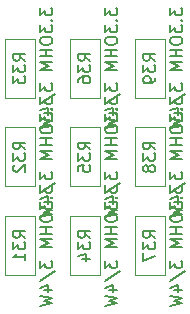
<source format=gbr>
%TF.GenerationSoftware,KiCad,Pcbnew,(6.0.1-0)*%
%TF.CreationDate,2022-02-25T00:15:49-05:00*%
%TF.ProjectId,aquabotsBMSModule,61717561-626f-4747-9342-4d534d6f6475,rev?*%
%TF.SameCoordinates,Original*%
%TF.FileFunction,AssemblyDrawing,Bot*%
%FSLAX46Y46*%
G04 Gerber Fmt 4.6, Leading zero omitted, Abs format (unit mm)*
G04 Created by KiCad (PCBNEW (6.0.1-0)) date 2022-02-25 00:15:49*
%MOMM*%
%LPD*%
G01*
G04 APERTURE LIST*
%ADD10C,0.150000*%
%ADD11C,0.100000*%
G04 APERTURE END LIST*
D10*
%TO.C,R32*%
X126232380Y-79154761D02*
X126232380Y-79773809D01*
X126613333Y-79440476D01*
X126613333Y-79583333D01*
X126660952Y-79678571D01*
X126708571Y-79726190D01*
X126803809Y-79773809D01*
X127041904Y-79773809D01*
X127137142Y-79726190D01*
X127184761Y-79678571D01*
X127232380Y-79583333D01*
X127232380Y-79297619D01*
X127184761Y-79202380D01*
X127137142Y-79154761D01*
X127137142Y-80202380D02*
X127184761Y-80250000D01*
X127232380Y-80202380D01*
X127184761Y-80154761D01*
X127137142Y-80202380D01*
X127232380Y-80202380D01*
X126232380Y-80583333D02*
X126232380Y-81202380D01*
X126613333Y-80869047D01*
X126613333Y-81011904D01*
X126660952Y-81107142D01*
X126708571Y-81154761D01*
X126803809Y-81202380D01*
X127041904Y-81202380D01*
X127137142Y-81154761D01*
X127184761Y-81107142D01*
X127232380Y-81011904D01*
X127232380Y-80726190D01*
X127184761Y-80630952D01*
X127137142Y-80583333D01*
X126232380Y-81821428D02*
X126232380Y-82011904D01*
X126280000Y-82107142D01*
X126375238Y-82202380D01*
X126565714Y-82250000D01*
X126899047Y-82250000D01*
X127089523Y-82202380D01*
X127184761Y-82107142D01*
X127232380Y-82011904D01*
X127232380Y-81821428D01*
X127184761Y-81726190D01*
X127089523Y-81630952D01*
X126899047Y-81583333D01*
X126565714Y-81583333D01*
X126375238Y-81630952D01*
X126280000Y-81726190D01*
X126232380Y-81821428D01*
X127232380Y-82678571D02*
X126232380Y-82678571D01*
X126708571Y-82678571D02*
X126708571Y-83250000D01*
X127232380Y-83250000D02*
X126232380Y-83250000D01*
X127232380Y-83726190D02*
X126232380Y-83726190D01*
X126946666Y-84059523D01*
X126232380Y-84392857D01*
X127232380Y-84392857D01*
X126232380Y-85535714D02*
X126232380Y-86154761D01*
X126613333Y-85821428D01*
X126613333Y-85964285D01*
X126660952Y-86059523D01*
X126708571Y-86107142D01*
X126803809Y-86154761D01*
X127041904Y-86154761D01*
X127137142Y-86107142D01*
X127184761Y-86059523D01*
X127232380Y-85964285D01*
X127232380Y-85678571D01*
X127184761Y-85583333D01*
X127137142Y-85535714D01*
X126184761Y-87297619D02*
X127470476Y-86440476D01*
X126565714Y-88059523D02*
X127232380Y-88059523D01*
X126184761Y-87821428D02*
X126899047Y-87583333D01*
X126899047Y-88202380D01*
X126232380Y-88488095D02*
X127232380Y-88726190D01*
X126518095Y-88916666D01*
X127232380Y-89107142D01*
X126232380Y-89345238D01*
X124952380Y-83607142D02*
X124476190Y-83273809D01*
X124952380Y-83035714D02*
X123952380Y-83035714D01*
X123952380Y-83416666D01*
X124000000Y-83511904D01*
X124047619Y-83559523D01*
X124142857Y-83607142D01*
X124285714Y-83607142D01*
X124380952Y-83559523D01*
X124428571Y-83511904D01*
X124476190Y-83416666D01*
X124476190Y-83035714D01*
X123952380Y-83940476D02*
X123952380Y-84559523D01*
X124333333Y-84226190D01*
X124333333Y-84369047D01*
X124380952Y-84464285D01*
X124428571Y-84511904D01*
X124523809Y-84559523D01*
X124761904Y-84559523D01*
X124857142Y-84511904D01*
X124904761Y-84464285D01*
X124952380Y-84369047D01*
X124952380Y-84083333D01*
X124904761Y-83988095D01*
X124857142Y-83940476D01*
X124047619Y-84940476D02*
X124000000Y-84988095D01*
X123952380Y-85083333D01*
X123952380Y-85321428D01*
X124000000Y-85416666D01*
X124047619Y-85464285D01*
X124142857Y-85511904D01*
X124238095Y-85511904D01*
X124380952Y-85464285D01*
X124952380Y-84892857D01*
X124952380Y-85511904D01*
%TO.C,R39*%
X137232380Y-71654761D02*
X137232380Y-72273809D01*
X137613333Y-71940476D01*
X137613333Y-72083333D01*
X137660952Y-72178571D01*
X137708571Y-72226190D01*
X137803809Y-72273809D01*
X138041904Y-72273809D01*
X138137142Y-72226190D01*
X138184761Y-72178571D01*
X138232380Y-72083333D01*
X138232380Y-71797619D01*
X138184761Y-71702380D01*
X138137142Y-71654761D01*
X138137142Y-72702380D02*
X138184761Y-72750000D01*
X138232380Y-72702380D01*
X138184761Y-72654761D01*
X138137142Y-72702380D01*
X138232380Y-72702380D01*
X137232380Y-73083333D02*
X137232380Y-73702380D01*
X137613333Y-73369047D01*
X137613333Y-73511904D01*
X137660952Y-73607142D01*
X137708571Y-73654761D01*
X137803809Y-73702380D01*
X138041904Y-73702380D01*
X138137142Y-73654761D01*
X138184761Y-73607142D01*
X138232380Y-73511904D01*
X138232380Y-73226190D01*
X138184761Y-73130952D01*
X138137142Y-73083333D01*
X137232380Y-74321428D02*
X137232380Y-74511904D01*
X137280000Y-74607142D01*
X137375238Y-74702380D01*
X137565714Y-74750000D01*
X137899047Y-74750000D01*
X138089523Y-74702380D01*
X138184761Y-74607142D01*
X138232380Y-74511904D01*
X138232380Y-74321428D01*
X138184761Y-74226190D01*
X138089523Y-74130952D01*
X137899047Y-74083333D01*
X137565714Y-74083333D01*
X137375238Y-74130952D01*
X137280000Y-74226190D01*
X137232380Y-74321428D01*
X138232380Y-75178571D02*
X137232380Y-75178571D01*
X137708571Y-75178571D02*
X137708571Y-75750000D01*
X138232380Y-75750000D02*
X137232380Y-75750000D01*
X138232380Y-76226190D02*
X137232380Y-76226190D01*
X137946666Y-76559523D01*
X137232380Y-76892857D01*
X138232380Y-76892857D01*
X137232380Y-78035714D02*
X137232380Y-78654761D01*
X137613333Y-78321428D01*
X137613333Y-78464285D01*
X137660952Y-78559523D01*
X137708571Y-78607142D01*
X137803809Y-78654761D01*
X138041904Y-78654761D01*
X138137142Y-78607142D01*
X138184761Y-78559523D01*
X138232380Y-78464285D01*
X138232380Y-78178571D01*
X138184761Y-78083333D01*
X138137142Y-78035714D01*
X137184761Y-79797619D02*
X138470476Y-78940476D01*
X137565714Y-80559523D02*
X138232380Y-80559523D01*
X137184761Y-80321428D02*
X137899047Y-80083333D01*
X137899047Y-80702380D01*
X137232380Y-80988095D02*
X138232380Y-81226190D01*
X137518095Y-81416666D01*
X138232380Y-81607142D01*
X137232380Y-81845238D01*
X135952380Y-76107142D02*
X135476190Y-75773809D01*
X135952380Y-75535714D02*
X134952380Y-75535714D01*
X134952380Y-75916666D01*
X135000000Y-76011904D01*
X135047619Y-76059523D01*
X135142857Y-76107142D01*
X135285714Y-76107142D01*
X135380952Y-76059523D01*
X135428571Y-76011904D01*
X135476190Y-75916666D01*
X135476190Y-75535714D01*
X134952380Y-76440476D02*
X134952380Y-77059523D01*
X135333333Y-76726190D01*
X135333333Y-76869047D01*
X135380952Y-76964285D01*
X135428571Y-77011904D01*
X135523809Y-77059523D01*
X135761904Y-77059523D01*
X135857142Y-77011904D01*
X135904761Y-76964285D01*
X135952380Y-76869047D01*
X135952380Y-76583333D01*
X135904761Y-76488095D01*
X135857142Y-76440476D01*
X135952380Y-77535714D02*
X135952380Y-77726190D01*
X135904761Y-77821428D01*
X135857142Y-77869047D01*
X135714285Y-77964285D01*
X135523809Y-78011904D01*
X135142857Y-78011904D01*
X135047619Y-77964285D01*
X135000000Y-77916666D01*
X134952380Y-77821428D01*
X134952380Y-77630952D01*
X135000000Y-77535714D01*
X135047619Y-77488095D01*
X135142857Y-77440476D01*
X135380952Y-77440476D01*
X135476190Y-77488095D01*
X135523809Y-77535714D01*
X135571428Y-77630952D01*
X135571428Y-77821428D01*
X135523809Y-77916666D01*
X135476190Y-77964285D01*
X135380952Y-78011904D01*
%TO.C,R33*%
X126232380Y-71654761D02*
X126232380Y-72273809D01*
X126613333Y-71940476D01*
X126613333Y-72083333D01*
X126660952Y-72178571D01*
X126708571Y-72226190D01*
X126803809Y-72273809D01*
X127041904Y-72273809D01*
X127137142Y-72226190D01*
X127184761Y-72178571D01*
X127232380Y-72083333D01*
X127232380Y-71797619D01*
X127184761Y-71702380D01*
X127137142Y-71654761D01*
X127137142Y-72702380D02*
X127184761Y-72750000D01*
X127232380Y-72702380D01*
X127184761Y-72654761D01*
X127137142Y-72702380D01*
X127232380Y-72702380D01*
X126232380Y-73083333D02*
X126232380Y-73702380D01*
X126613333Y-73369047D01*
X126613333Y-73511904D01*
X126660952Y-73607142D01*
X126708571Y-73654761D01*
X126803809Y-73702380D01*
X127041904Y-73702380D01*
X127137142Y-73654761D01*
X127184761Y-73607142D01*
X127232380Y-73511904D01*
X127232380Y-73226190D01*
X127184761Y-73130952D01*
X127137142Y-73083333D01*
X126232380Y-74321428D02*
X126232380Y-74511904D01*
X126280000Y-74607142D01*
X126375238Y-74702380D01*
X126565714Y-74750000D01*
X126899047Y-74750000D01*
X127089523Y-74702380D01*
X127184761Y-74607142D01*
X127232380Y-74511904D01*
X127232380Y-74321428D01*
X127184761Y-74226190D01*
X127089523Y-74130952D01*
X126899047Y-74083333D01*
X126565714Y-74083333D01*
X126375238Y-74130952D01*
X126280000Y-74226190D01*
X126232380Y-74321428D01*
X127232380Y-75178571D02*
X126232380Y-75178571D01*
X126708571Y-75178571D02*
X126708571Y-75750000D01*
X127232380Y-75750000D02*
X126232380Y-75750000D01*
X127232380Y-76226190D02*
X126232380Y-76226190D01*
X126946666Y-76559523D01*
X126232380Y-76892857D01*
X127232380Y-76892857D01*
X126232380Y-78035714D02*
X126232380Y-78654761D01*
X126613333Y-78321428D01*
X126613333Y-78464285D01*
X126660952Y-78559523D01*
X126708571Y-78607142D01*
X126803809Y-78654761D01*
X127041904Y-78654761D01*
X127137142Y-78607142D01*
X127184761Y-78559523D01*
X127232380Y-78464285D01*
X127232380Y-78178571D01*
X127184761Y-78083333D01*
X127137142Y-78035714D01*
X126184761Y-79797619D02*
X127470476Y-78940476D01*
X126565714Y-80559523D02*
X127232380Y-80559523D01*
X126184761Y-80321428D02*
X126899047Y-80083333D01*
X126899047Y-80702380D01*
X126232380Y-80988095D02*
X127232380Y-81226190D01*
X126518095Y-81416666D01*
X127232380Y-81607142D01*
X126232380Y-81845238D01*
X124952380Y-76107142D02*
X124476190Y-75773809D01*
X124952380Y-75535714D02*
X123952380Y-75535714D01*
X123952380Y-75916666D01*
X124000000Y-76011904D01*
X124047619Y-76059523D01*
X124142857Y-76107142D01*
X124285714Y-76107142D01*
X124380952Y-76059523D01*
X124428571Y-76011904D01*
X124476190Y-75916666D01*
X124476190Y-75535714D01*
X123952380Y-76440476D02*
X123952380Y-77059523D01*
X124333333Y-76726190D01*
X124333333Y-76869047D01*
X124380952Y-76964285D01*
X124428571Y-77011904D01*
X124523809Y-77059523D01*
X124761904Y-77059523D01*
X124857142Y-77011904D01*
X124904761Y-76964285D01*
X124952380Y-76869047D01*
X124952380Y-76583333D01*
X124904761Y-76488095D01*
X124857142Y-76440476D01*
X123952380Y-77392857D02*
X123952380Y-78011904D01*
X124333333Y-77678571D01*
X124333333Y-77821428D01*
X124380952Y-77916666D01*
X124428571Y-77964285D01*
X124523809Y-78011904D01*
X124761904Y-78011904D01*
X124857142Y-77964285D01*
X124904761Y-77916666D01*
X124952380Y-77821428D01*
X124952380Y-77535714D01*
X124904761Y-77440476D01*
X124857142Y-77392857D01*
%TO.C,R31*%
X126232380Y-86654761D02*
X126232380Y-87273809D01*
X126613333Y-86940476D01*
X126613333Y-87083333D01*
X126660952Y-87178571D01*
X126708571Y-87226190D01*
X126803809Y-87273809D01*
X127041904Y-87273809D01*
X127137142Y-87226190D01*
X127184761Y-87178571D01*
X127232380Y-87083333D01*
X127232380Y-86797619D01*
X127184761Y-86702380D01*
X127137142Y-86654761D01*
X127137142Y-87702380D02*
X127184761Y-87750000D01*
X127232380Y-87702380D01*
X127184761Y-87654761D01*
X127137142Y-87702380D01*
X127232380Y-87702380D01*
X126232380Y-88083333D02*
X126232380Y-88702380D01*
X126613333Y-88369047D01*
X126613333Y-88511904D01*
X126660952Y-88607142D01*
X126708571Y-88654761D01*
X126803809Y-88702380D01*
X127041904Y-88702380D01*
X127137142Y-88654761D01*
X127184761Y-88607142D01*
X127232380Y-88511904D01*
X127232380Y-88226190D01*
X127184761Y-88130952D01*
X127137142Y-88083333D01*
X126232380Y-89321428D02*
X126232380Y-89511904D01*
X126280000Y-89607142D01*
X126375238Y-89702380D01*
X126565714Y-89750000D01*
X126899047Y-89750000D01*
X127089523Y-89702380D01*
X127184761Y-89607142D01*
X127232380Y-89511904D01*
X127232380Y-89321428D01*
X127184761Y-89226190D01*
X127089523Y-89130952D01*
X126899047Y-89083333D01*
X126565714Y-89083333D01*
X126375238Y-89130952D01*
X126280000Y-89226190D01*
X126232380Y-89321428D01*
X127232380Y-90178571D02*
X126232380Y-90178571D01*
X126708571Y-90178571D02*
X126708571Y-90750000D01*
X127232380Y-90750000D02*
X126232380Y-90750000D01*
X127232380Y-91226190D02*
X126232380Y-91226190D01*
X126946666Y-91559523D01*
X126232380Y-91892857D01*
X127232380Y-91892857D01*
X126232380Y-93035714D02*
X126232380Y-93654761D01*
X126613333Y-93321428D01*
X126613333Y-93464285D01*
X126660952Y-93559523D01*
X126708571Y-93607142D01*
X126803809Y-93654761D01*
X127041904Y-93654761D01*
X127137142Y-93607142D01*
X127184761Y-93559523D01*
X127232380Y-93464285D01*
X127232380Y-93178571D01*
X127184761Y-93083333D01*
X127137142Y-93035714D01*
X126184761Y-94797619D02*
X127470476Y-93940476D01*
X126565714Y-95559523D02*
X127232380Y-95559523D01*
X126184761Y-95321428D02*
X126899047Y-95083333D01*
X126899047Y-95702380D01*
X126232380Y-95988095D02*
X127232380Y-96226190D01*
X126518095Y-96416666D01*
X127232380Y-96607142D01*
X126232380Y-96845238D01*
X124952380Y-91107142D02*
X124476190Y-90773809D01*
X124952380Y-90535714D02*
X123952380Y-90535714D01*
X123952380Y-90916666D01*
X124000000Y-91011904D01*
X124047619Y-91059523D01*
X124142857Y-91107142D01*
X124285714Y-91107142D01*
X124380952Y-91059523D01*
X124428571Y-91011904D01*
X124476190Y-90916666D01*
X124476190Y-90535714D01*
X123952380Y-91440476D02*
X123952380Y-92059523D01*
X124333333Y-91726190D01*
X124333333Y-91869047D01*
X124380952Y-91964285D01*
X124428571Y-92011904D01*
X124523809Y-92059523D01*
X124761904Y-92059523D01*
X124857142Y-92011904D01*
X124904761Y-91964285D01*
X124952380Y-91869047D01*
X124952380Y-91583333D01*
X124904761Y-91488095D01*
X124857142Y-91440476D01*
X124952380Y-93011904D02*
X124952380Y-92440476D01*
X124952380Y-92726190D02*
X123952380Y-92726190D01*
X124095238Y-92630952D01*
X124190476Y-92535714D01*
X124238095Y-92440476D01*
%TO.C,R36*%
X131732380Y-71654761D02*
X131732380Y-72273809D01*
X132113333Y-71940476D01*
X132113333Y-72083333D01*
X132160952Y-72178571D01*
X132208571Y-72226190D01*
X132303809Y-72273809D01*
X132541904Y-72273809D01*
X132637142Y-72226190D01*
X132684761Y-72178571D01*
X132732380Y-72083333D01*
X132732380Y-71797619D01*
X132684761Y-71702380D01*
X132637142Y-71654761D01*
X132637142Y-72702380D02*
X132684761Y-72750000D01*
X132732380Y-72702380D01*
X132684761Y-72654761D01*
X132637142Y-72702380D01*
X132732380Y-72702380D01*
X131732380Y-73083333D02*
X131732380Y-73702380D01*
X132113333Y-73369047D01*
X132113333Y-73511904D01*
X132160952Y-73607142D01*
X132208571Y-73654761D01*
X132303809Y-73702380D01*
X132541904Y-73702380D01*
X132637142Y-73654761D01*
X132684761Y-73607142D01*
X132732380Y-73511904D01*
X132732380Y-73226190D01*
X132684761Y-73130952D01*
X132637142Y-73083333D01*
X131732380Y-74321428D02*
X131732380Y-74511904D01*
X131780000Y-74607142D01*
X131875238Y-74702380D01*
X132065714Y-74750000D01*
X132399047Y-74750000D01*
X132589523Y-74702380D01*
X132684761Y-74607142D01*
X132732380Y-74511904D01*
X132732380Y-74321428D01*
X132684761Y-74226190D01*
X132589523Y-74130952D01*
X132399047Y-74083333D01*
X132065714Y-74083333D01*
X131875238Y-74130952D01*
X131780000Y-74226190D01*
X131732380Y-74321428D01*
X132732380Y-75178571D02*
X131732380Y-75178571D01*
X132208571Y-75178571D02*
X132208571Y-75750000D01*
X132732380Y-75750000D02*
X131732380Y-75750000D01*
X132732380Y-76226190D02*
X131732380Y-76226190D01*
X132446666Y-76559523D01*
X131732380Y-76892857D01*
X132732380Y-76892857D01*
X131732380Y-78035714D02*
X131732380Y-78654761D01*
X132113333Y-78321428D01*
X132113333Y-78464285D01*
X132160952Y-78559523D01*
X132208571Y-78607142D01*
X132303809Y-78654761D01*
X132541904Y-78654761D01*
X132637142Y-78607142D01*
X132684761Y-78559523D01*
X132732380Y-78464285D01*
X132732380Y-78178571D01*
X132684761Y-78083333D01*
X132637142Y-78035714D01*
X131684761Y-79797619D02*
X132970476Y-78940476D01*
X132065714Y-80559523D02*
X132732380Y-80559523D01*
X131684761Y-80321428D02*
X132399047Y-80083333D01*
X132399047Y-80702380D01*
X131732380Y-80988095D02*
X132732380Y-81226190D01*
X132018095Y-81416666D01*
X132732380Y-81607142D01*
X131732380Y-81845238D01*
X130452380Y-76107142D02*
X129976190Y-75773809D01*
X130452380Y-75535714D02*
X129452380Y-75535714D01*
X129452380Y-75916666D01*
X129500000Y-76011904D01*
X129547619Y-76059523D01*
X129642857Y-76107142D01*
X129785714Y-76107142D01*
X129880952Y-76059523D01*
X129928571Y-76011904D01*
X129976190Y-75916666D01*
X129976190Y-75535714D01*
X129452380Y-76440476D02*
X129452380Y-77059523D01*
X129833333Y-76726190D01*
X129833333Y-76869047D01*
X129880952Y-76964285D01*
X129928571Y-77011904D01*
X130023809Y-77059523D01*
X130261904Y-77059523D01*
X130357142Y-77011904D01*
X130404761Y-76964285D01*
X130452380Y-76869047D01*
X130452380Y-76583333D01*
X130404761Y-76488095D01*
X130357142Y-76440476D01*
X129452380Y-77916666D02*
X129452380Y-77726190D01*
X129500000Y-77630952D01*
X129547619Y-77583333D01*
X129690476Y-77488095D01*
X129880952Y-77440476D01*
X130261904Y-77440476D01*
X130357142Y-77488095D01*
X130404761Y-77535714D01*
X130452380Y-77630952D01*
X130452380Y-77821428D01*
X130404761Y-77916666D01*
X130357142Y-77964285D01*
X130261904Y-78011904D01*
X130023809Y-78011904D01*
X129928571Y-77964285D01*
X129880952Y-77916666D01*
X129833333Y-77821428D01*
X129833333Y-77630952D01*
X129880952Y-77535714D01*
X129928571Y-77488095D01*
X130023809Y-77440476D01*
%TO.C,R38*%
X137232380Y-79154761D02*
X137232380Y-79773809D01*
X137613333Y-79440476D01*
X137613333Y-79583333D01*
X137660952Y-79678571D01*
X137708571Y-79726190D01*
X137803809Y-79773809D01*
X138041904Y-79773809D01*
X138137142Y-79726190D01*
X138184761Y-79678571D01*
X138232380Y-79583333D01*
X138232380Y-79297619D01*
X138184761Y-79202380D01*
X138137142Y-79154761D01*
X138137142Y-80202380D02*
X138184761Y-80250000D01*
X138232380Y-80202380D01*
X138184761Y-80154761D01*
X138137142Y-80202380D01*
X138232380Y-80202380D01*
X137232380Y-80583333D02*
X137232380Y-81202380D01*
X137613333Y-80869047D01*
X137613333Y-81011904D01*
X137660952Y-81107142D01*
X137708571Y-81154761D01*
X137803809Y-81202380D01*
X138041904Y-81202380D01*
X138137142Y-81154761D01*
X138184761Y-81107142D01*
X138232380Y-81011904D01*
X138232380Y-80726190D01*
X138184761Y-80630952D01*
X138137142Y-80583333D01*
X137232380Y-81821428D02*
X137232380Y-82011904D01*
X137280000Y-82107142D01*
X137375238Y-82202380D01*
X137565714Y-82250000D01*
X137899047Y-82250000D01*
X138089523Y-82202380D01*
X138184761Y-82107142D01*
X138232380Y-82011904D01*
X138232380Y-81821428D01*
X138184761Y-81726190D01*
X138089523Y-81630952D01*
X137899047Y-81583333D01*
X137565714Y-81583333D01*
X137375238Y-81630952D01*
X137280000Y-81726190D01*
X137232380Y-81821428D01*
X138232380Y-82678571D02*
X137232380Y-82678571D01*
X137708571Y-82678571D02*
X137708571Y-83250000D01*
X138232380Y-83250000D02*
X137232380Y-83250000D01*
X138232380Y-83726190D02*
X137232380Y-83726190D01*
X137946666Y-84059523D01*
X137232380Y-84392857D01*
X138232380Y-84392857D01*
X137232380Y-85535714D02*
X137232380Y-86154761D01*
X137613333Y-85821428D01*
X137613333Y-85964285D01*
X137660952Y-86059523D01*
X137708571Y-86107142D01*
X137803809Y-86154761D01*
X138041904Y-86154761D01*
X138137142Y-86107142D01*
X138184761Y-86059523D01*
X138232380Y-85964285D01*
X138232380Y-85678571D01*
X138184761Y-85583333D01*
X138137142Y-85535714D01*
X137184761Y-87297619D02*
X138470476Y-86440476D01*
X137565714Y-88059523D02*
X138232380Y-88059523D01*
X137184761Y-87821428D02*
X137899047Y-87583333D01*
X137899047Y-88202380D01*
X137232380Y-88488095D02*
X138232380Y-88726190D01*
X137518095Y-88916666D01*
X138232380Y-89107142D01*
X137232380Y-89345238D01*
X135952380Y-83607142D02*
X135476190Y-83273809D01*
X135952380Y-83035714D02*
X134952380Y-83035714D01*
X134952380Y-83416666D01*
X135000000Y-83511904D01*
X135047619Y-83559523D01*
X135142857Y-83607142D01*
X135285714Y-83607142D01*
X135380952Y-83559523D01*
X135428571Y-83511904D01*
X135476190Y-83416666D01*
X135476190Y-83035714D01*
X134952380Y-83940476D02*
X134952380Y-84559523D01*
X135333333Y-84226190D01*
X135333333Y-84369047D01*
X135380952Y-84464285D01*
X135428571Y-84511904D01*
X135523809Y-84559523D01*
X135761904Y-84559523D01*
X135857142Y-84511904D01*
X135904761Y-84464285D01*
X135952380Y-84369047D01*
X135952380Y-84083333D01*
X135904761Y-83988095D01*
X135857142Y-83940476D01*
X135380952Y-85130952D02*
X135333333Y-85035714D01*
X135285714Y-84988095D01*
X135190476Y-84940476D01*
X135142857Y-84940476D01*
X135047619Y-84988095D01*
X135000000Y-85035714D01*
X134952380Y-85130952D01*
X134952380Y-85321428D01*
X135000000Y-85416666D01*
X135047619Y-85464285D01*
X135142857Y-85511904D01*
X135190476Y-85511904D01*
X135285714Y-85464285D01*
X135333333Y-85416666D01*
X135380952Y-85321428D01*
X135380952Y-85130952D01*
X135428571Y-85035714D01*
X135476190Y-84988095D01*
X135571428Y-84940476D01*
X135761904Y-84940476D01*
X135857142Y-84988095D01*
X135904761Y-85035714D01*
X135952380Y-85130952D01*
X135952380Y-85321428D01*
X135904761Y-85416666D01*
X135857142Y-85464285D01*
X135761904Y-85511904D01*
X135571428Y-85511904D01*
X135476190Y-85464285D01*
X135428571Y-85416666D01*
X135380952Y-85321428D01*
%TO.C,R35*%
X131732380Y-79154761D02*
X131732380Y-79773809D01*
X132113333Y-79440476D01*
X132113333Y-79583333D01*
X132160952Y-79678571D01*
X132208571Y-79726190D01*
X132303809Y-79773809D01*
X132541904Y-79773809D01*
X132637142Y-79726190D01*
X132684761Y-79678571D01*
X132732380Y-79583333D01*
X132732380Y-79297619D01*
X132684761Y-79202380D01*
X132637142Y-79154761D01*
X132637142Y-80202380D02*
X132684761Y-80250000D01*
X132732380Y-80202380D01*
X132684761Y-80154761D01*
X132637142Y-80202380D01*
X132732380Y-80202380D01*
X131732380Y-80583333D02*
X131732380Y-81202380D01*
X132113333Y-80869047D01*
X132113333Y-81011904D01*
X132160952Y-81107142D01*
X132208571Y-81154761D01*
X132303809Y-81202380D01*
X132541904Y-81202380D01*
X132637142Y-81154761D01*
X132684761Y-81107142D01*
X132732380Y-81011904D01*
X132732380Y-80726190D01*
X132684761Y-80630952D01*
X132637142Y-80583333D01*
X131732380Y-81821428D02*
X131732380Y-82011904D01*
X131780000Y-82107142D01*
X131875238Y-82202380D01*
X132065714Y-82250000D01*
X132399047Y-82250000D01*
X132589523Y-82202380D01*
X132684761Y-82107142D01*
X132732380Y-82011904D01*
X132732380Y-81821428D01*
X132684761Y-81726190D01*
X132589523Y-81630952D01*
X132399047Y-81583333D01*
X132065714Y-81583333D01*
X131875238Y-81630952D01*
X131780000Y-81726190D01*
X131732380Y-81821428D01*
X132732380Y-82678571D02*
X131732380Y-82678571D01*
X132208571Y-82678571D02*
X132208571Y-83250000D01*
X132732380Y-83250000D02*
X131732380Y-83250000D01*
X132732380Y-83726190D02*
X131732380Y-83726190D01*
X132446666Y-84059523D01*
X131732380Y-84392857D01*
X132732380Y-84392857D01*
X131732380Y-85535714D02*
X131732380Y-86154761D01*
X132113333Y-85821428D01*
X132113333Y-85964285D01*
X132160952Y-86059523D01*
X132208571Y-86107142D01*
X132303809Y-86154761D01*
X132541904Y-86154761D01*
X132637142Y-86107142D01*
X132684761Y-86059523D01*
X132732380Y-85964285D01*
X132732380Y-85678571D01*
X132684761Y-85583333D01*
X132637142Y-85535714D01*
X131684761Y-87297619D02*
X132970476Y-86440476D01*
X132065714Y-88059523D02*
X132732380Y-88059523D01*
X131684761Y-87821428D02*
X132399047Y-87583333D01*
X132399047Y-88202380D01*
X131732380Y-88488095D02*
X132732380Y-88726190D01*
X132018095Y-88916666D01*
X132732380Y-89107142D01*
X131732380Y-89345238D01*
X130452380Y-83607142D02*
X129976190Y-83273809D01*
X130452380Y-83035714D02*
X129452380Y-83035714D01*
X129452380Y-83416666D01*
X129500000Y-83511904D01*
X129547619Y-83559523D01*
X129642857Y-83607142D01*
X129785714Y-83607142D01*
X129880952Y-83559523D01*
X129928571Y-83511904D01*
X129976190Y-83416666D01*
X129976190Y-83035714D01*
X129452380Y-83940476D02*
X129452380Y-84559523D01*
X129833333Y-84226190D01*
X129833333Y-84369047D01*
X129880952Y-84464285D01*
X129928571Y-84511904D01*
X130023809Y-84559523D01*
X130261904Y-84559523D01*
X130357142Y-84511904D01*
X130404761Y-84464285D01*
X130452380Y-84369047D01*
X130452380Y-84083333D01*
X130404761Y-83988095D01*
X130357142Y-83940476D01*
X129452380Y-85464285D02*
X129452380Y-84988095D01*
X129928571Y-84940476D01*
X129880952Y-84988095D01*
X129833333Y-85083333D01*
X129833333Y-85321428D01*
X129880952Y-85416666D01*
X129928571Y-85464285D01*
X130023809Y-85511904D01*
X130261904Y-85511904D01*
X130357142Y-85464285D01*
X130404761Y-85416666D01*
X130452380Y-85321428D01*
X130452380Y-85083333D01*
X130404761Y-84988095D01*
X130357142Y-84940476D01*
%TO.C,R34*%
X131732380Y-86654761D02*
X131732380Y-87273809D01*
X132113333Y-86940476D01*
X132113333Y-87083333D01*
X132160952Y-87178571D01*
X132208571Y-87226190D01*
X132303809Y-87273809D01*
X132541904Y-87273809D01*
X132637142Y-87226190D01*
X132684761Y-87178571D01*
X132732380Y-87083333D01*
X132732380Y-86797619D01*
X132684761Y-86702380D01*
X132637142Y-86654761D01*
X132637142Y-87702380D02*
X132684761Y-87750000D01*
X132732380Y-87702380D01*
X132684761Y-87654761D01*
X132637142Y-87702380D01*
X132732380Y-87702380D01*
X131732380Y-88083333D02*
X131732380Y-88702380D01*
X132113333Y-88369047D01*
X132113333Y-88511904D01*
X132160952Y-88607142D01*
X132208571Y-88654761D01*
X132303809Y-88702380D01*
X132541904Y-88702380D01*
X132637142Y-88654761D01*
X132684761Y-88607142D01*
X132732380Y-88511904D01*
X132732380Y-88226190D01*
X132684761Y-88130952D01*
X132637142Y-88083333D01*
X131732380Y-89321428D02*
X131732380Y-89511904D01*
X131780000Y-89607142D01*
X131875238Y-89702380D01*
X132065714Y-89750000D01*
X132399047Y-89750000D01*
X132589523Y-89702380D01*
X132684761Y-89607142D01*
X132732380Y-89511904D01*
X132732380Y-89321428D01*
X132684761Y-89226190D01*
X132589523Y-89130952D01*
X132399047Y-89083333D01*
X132065714Y-89083333D01*
X131875238Y-89130952D01*
X131780000Y-89226190D01*
X131732380Y-89321428D01*
X132732380Y-90178571D02*
X131732380Y-90178571D01*
X132208571Y-90178571D02*
X132208571Y-90750000D01*
X132732380Y-90750000D02*
X131732380Y-90750000D01*
X132732380Y-91226190D02*
X131732380Y-91226190D01*
X132446666Y-91559523D01*
X131732380Y-91892857D01*
X132732380Y-91892857D01*
X131732380Y-93035714D02*
X131732380Y-93654761D01*
X132113333Y-93321428D01*
X132113333Y-93464285D01*
X132160952Y-93559523D01*
X132208571Y-93607142D01*
X132303809Y-93654761D01*
X132541904Y-93654761D01*
X132637142Y-93607142D01*
X132684761Y-93559523D01*
X132732380Y-93464285D01*
X132732380Y-93178571D01*
X132684761Y-93083333D01*
X132637142Y-93035714D01*
X131684761Y-94797619D02*
X132970476Y-93940476D01*
X132065714Y-95559523D02*
X132732380Y-95559523D01*
X131684761Y-95321428D02*
X132399047Y-95083333D01*
X132399047Y-95702380D01*
X131732380Y-95988095D02*
X132732380Y-96226190D01*
X132018095Y-96416666D01*
X132732380Y-96607142D01*
X131732380Y-96845238D01*
X130452380Y-91107142D02*
X129976190Y-90773809D01*
X130452380Y-90535714D02*
X129452380Y-90535714D01*
X129452380Y-90916666D01*
X129500000Y-91011904D01*
X129547619Y-91059523D01*
X129642857Y-91107142D01*
X129785714Y-91107142D01*
X129880952Y-91059523D01*
X129928571Y-91011904D01*
X129976190Y-90916666D01*
X129976190Y-90535714D01*
X129452380Y-91440476D02*
X129452380Y-92059523D01*
X129833333Y-91726190D01*
X129833333Y-91869047D01*
X129880952Y-91964285D01*
X129928571Y-92011904D01*
X130023809Y-92059523D01*
X130261904Y-92059523D01*
X130357142Y-92011904D01*
X130404761Y-91964285D01*
X130452380Y-91869047D01*
X130452380Y-91583333D01*
X130404761Y-91488095D01*
X130357142Y-91440476D01*
X129785714Y-92916666D02*
X130452380Y-92916666D01*
X129404761Y-92678571D02*
X130119047Y-92440476D01*
X130119047Y-93059523D01*
%TO.C,R37*%
X137232380Y-86654761D02*
X137232380Y-87273809D01*
X137613333Y-86940476D01*
X137613333Y-87083333D01*
X137660952Y-87178571D01*
X137708571Y-87226190D01*
X137803809Y-87273809D01*
X138041904Y-87273809D01*
X138137142Y-87226190D01*
X138184761Y-87178571D01*
X138232380Y-87083333D01*
X138232380Y-86797619D01*
X138184761Y-86702380D01*
X138137142Y-86654761D01*
X138137142Y-87702380D02*
X138184761Y-87750000D01*
X138232380Y-87702380D01*
X138184761Y-87654761D01*
X138137142Y-87702380D01*
X138232380Y-87702380D01*
X137232380Y-88083333D02*
X137232380Y-88702380D01*
X137613333Y-88369047D01*
X137613333Y-88511904D01*
X137660952Y-88607142D01*
X137708571Y-88654761D01*
X137803809Y-88702380D01*
X138041904Y-88702380D01*
X138137142Y-88654761D01*
X138184761Y-88607142D01*
X138232380Y-88511904D01*
X138232380Y-88226190D01*
X138184761Y-88130952D01*
X138137142Y-88083333D01*
X137232380Y-89321428D02*
X137232380Y-89511904D01*
X137280000Y-89607142D01*
X137375238Y-89702380D01*
X137565714Y-89750000D01*
X137899047Y-89750000D01*
X138089523Y-89702380D01*
X138184761Y-89607142D01*
X138232380Y-89511904D01*
X138232380Y-89321428D01*
X138184761Y-89226190D01*
X138089523Y-89130952D01*
X137899047Y-89083333D01*
X137565714Y-89083333D01*
X137375238Y-89130952D01*
X137280000Y-89226190D01*
X137232380Y-89321428D01*
X138232380Y-90178571D02*
X137232380Y-90178571D01*
X137708571Y-90178571D02*
X137708571Y-90750000D01*
X138232380Y-90750000D02*
X137232380Y-90750000D01*
X138232380Y-91226190D02*
X137232380Y-91226190D01*
X137946666Y-91559523D01*
X137232380Y-91892857D01*
X138232380Y-91892857D01*
X137232380Y-93035714D02*
X137232380Y-93654761D01*
X137613333Y-93321428D01*
X137613333Y-93464285D01*
X137660952Y-93559523D01*
X137708571Y-93607142D01*
X137803809Y-93654761D01*
X138041904Y-93654761D01*
X138137142Y-93607142D01*
X138184761Y-93559523D01*
X138232380Y-93464285D01*
X138232380Y-93178571D01*
X138184761Y-93083333D01*
X138137142Y-93035714D01*
X137184761Y-94797619D02*
X138470476Y-93940476D01*
X137565714Y-95559523D02*
X138232380Y-95559523D01*
X137184761Y-95321428D02*
X137899047Y-95083333D01*
X137899047Y-95702380D01*
X137232380Y-95988095D02*
X138232380Y-96226190D01*
X137518095Y-96416666D01*
X138232380Y-96607142D01*
X137232380Y-96845238D01*
X135952380Y-91107142D02*
X135476190Y-90773809D01*
X135952380Y-90535714D02*
X134952380Y-90535714D01*
X134952380Y-90916666D01*
X135000000Y-91011904D01*
X135047619Y-91059523D01*
X135142857Y-91107142D01*
X135285714Y-91107142D01*
X135380952Y-91059523D01*
X135428571Y-91011904D01*
X135476190Y-90916666D01*
X135476190Y-90535714D01*
X134952380Y-91440476D02*
X134952380Y-92059523D01*
X135333333Y-91726190D01*
X135333333Y-91869047D01*
X135380952Y-91964285D01*
X135428571Y-92011904D01*
X135523809Y-92059523D01*
X135761904Y-92059523D01*
X135857142Y-92011904D01*
X135904761Y-91964285D01*
X135952380Y-91869047D01*
X135952380Y-91583333D01*
X135904761Y-91488095D01*
X135857142Y-91440476D01*
X134952380Y-92392857D02*
X134952380Y-93059523D01*
X135952380Y-92630952D01*
D11*
%TO.C,R32*%
X123250000Y-86750000D02*
X125750000Y-86750000D01*
X125750000Y-86750000D02*
X125750000Y-81750000D01*
X125750000Y-81750000D02*
X123250000Y-81750000D01*
X123250000Y-81750000D02*
X123250000Y-86750000D01*
%TO.C,R39*%
X134250000Y-79250000D02*
X136750000Y-79250000D01*
X134250000Y-74250000D02*
X134250000Y-79250000D01*
X136750000Y-74250000D02*
X134250000Y-74250000D01*
X136750000Y-79250000D02*
X136750000Y-74250000D01*
%TO.C,R33*%
X123250000Y-79250000D02*
X125750000Y-79250000D01*
X125750000Y-79250000D02*
X125750000Y-74250000D01*
X123250000Y-74250000D02*
X123250000Y-79250000D01*
X125750000Y-74250000D02*
X123250000Y-74250000D01*
%TO.C,R31*%
X123250000Y-89250000D02*
X123250000Y-94250000D01*
X125750000Y-94250000D02*
X125750000Y-89250000D01*
X125750000Y-89250000D02*
X123250000Y-89250000D01*
X123250000Y-94250000D02*
X125750000Y-94250000D01*
%TO.C,R36*%
X128750000Y-74250000D02*
X128750000Y-79250000D01*
X128750000Y-79250000D02*
X131250000Y-79250000D01*
X131250000Y-79250000D02*
X131250000Y-74250000D01*
X131250000Y-74250000D02*
X128750000Y-74250000D01*
%TO.C,R38*%
X136750000Y-86750000D02*
X136750000Y-81750000D01*
X134250000Y-81750000D02*
X134250000Y-86750000D01*
X136750000Y-81750000D02*
X134250000Y-81750000D01*
X134250000Y-86750000D02*
X136750000Y-86750000D01*
%TO.C,R35*%
X128750000Y-81750000D02*
X128750000Y-86750000D01*
X128750000Y-86750000D02*
X131250000Y-86750000D01*
X131250000Y-81750000D02*
X128750000Y-81750000D01*
X131250000Y-86750000D02*
X131250000Y-81750000D01*
%TO.C,R34*%
X128750000Y-89250000D02*
X128750000Y-94250000D01*
X128750000Y-94250000D02*
X131250000Y-94250000D01*
X131250000Y-89250000D02*
X128750000Y-89250000D01*
X131250000Y-94250000D02*
X131250000Y-89250000D01*
%TO.C,R37*%
X134250000Y-89250000D02*
X134250000Y-94250000D01*
X136750000Y-94250000D02*
X136750000Y-89250000D01*
X134250000Y-94250000D02*
X136750000Y-94250000D01*
X136750000Y-89250000D02*
X134250000Y-89250000D01*
%TD*%
M02*

</source>
